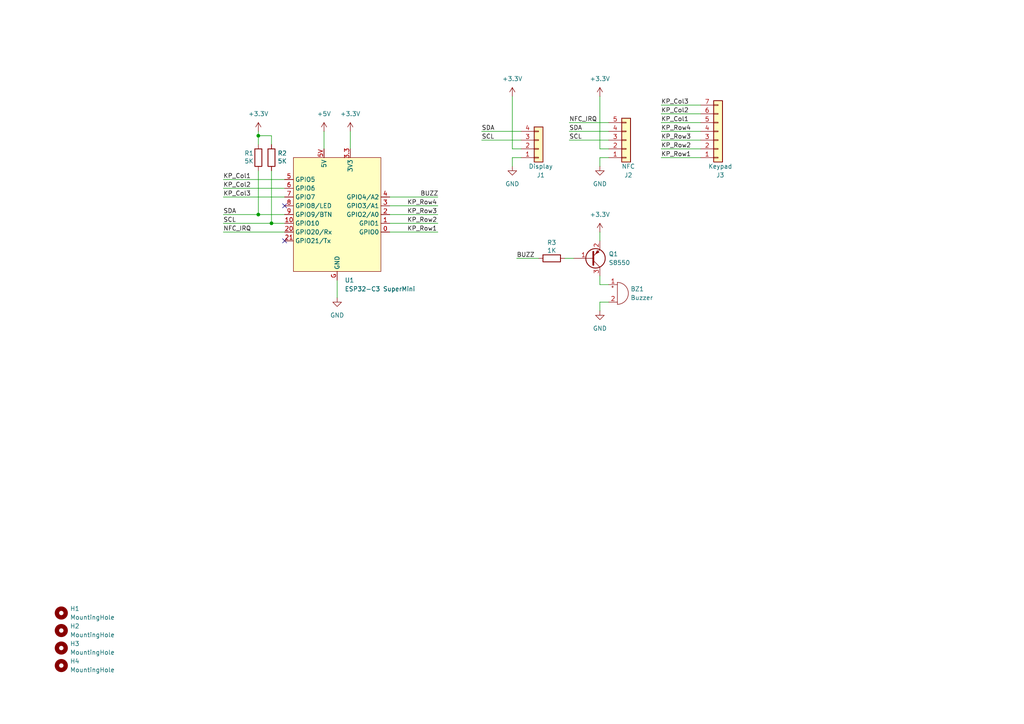
<source format=kicad_sch>
(kicad_sch (version 20231120) (generator "eeschema") (generator_version "8.0")
  (paper "A4")
  (title_block (title "Touch 'n Drink") (date "2024-10-14") (rev "1.0"))
  (lib_symbols
    (symbol "Connector_Generic:Conn_01x04" (pin_names (offset 1.016) hide)
      (property "Reference" "J" (at 0 5.08 0))
      (property "Value" "Conn_01x04" (at 0 -7.62 0))
      (symbol "Conn_01x04_1_1"
        (rectangle (start -1.27 -4.953) (end 0 -5.207) (stroke (width 0.1524)))
        (rectangle (start -1.27 -2.413) (end 0 -2.667) (stroke (width 0.1524)))
        (rectangle (start -1.27 0.127) (end 0 -0.127) (stroke (width 0.1524)))
        (rectangle (start -1.27 2.667) (end 0 2.413) (stroke (width 0.1524)))
        (rectangle (start -1.27 3.81) (end 1.27 -6.35) (stroke (width 0.254)) (fill (type background)))
        (pin passive line (at -5.08 2.54 0) (length 3.81) (name "Pin_1") (number "1"))
        (pin passive line (at -5.08 0 0) (length 3.81) (name "Pin_2") (number "2"))
        (pin passive line (at -5.08 -2.54 0) (length 3.81) (name "Pin_3") (number "3"))
        (pin passive line (at -5.08 -5.08 0) (length 3.81) (name "Pin_4") (number "4"))
      )
    )
    (symbol "Connector_Generic:Conn_01x05" (pin_names (offset 1.016) hide)
      (property "Reference" "J" (at 0 7.62 0))
      (property "Value" "Conn_01x05" (at 0 -7.62 0))
      (symbol "Conn_01x05_1_1"
        (rectangle (start -1.27 -4.953) (end 0 -5.207) (stroke (width 0.1524)))
        (rectangle (start -1.27 -2.413) (end 0 -2.667) (stroke (width 0.1524)))
        (rectangle (start -1.27 0.127) (end 0 -0.127) (stroke (width 0.1524)))
        (rectangle (start -1.27 2.667) (end 0 2.413) (stroke (width 0.1524)))
        (rectangle (start -1.27 5.207) (end 0 4.953) (stroke (width 0.1524)))
        (rectangle (start -1.27 6.35) (end 1.27 -6.35) (stroke (width 0.254)) (fill (type background)))
        (pin passive line (at -5.08 5.08 0) (length 3.81) (name "Pin_1") (number "1"))
        (pin passive line (at -5.08 2.54 0) (length 3.81) (name "Pin_2") (number "2"))
        (pin passive line (at -5.08 0 0) (length 3.81) (name "Pin_3") (number "3"))
        (pin passive line (at -5.08 -2.54 0) (length 3.81) (name "Pin_4") (number "4"))
        (pin passive line (at -5.08 -5.08 0) (length 3.81) (name "Pin_5") (number "5"))
      )
    )
    (symbol "Connector_Generic:Conn_01x07" (pin_names (offset 1.016) hide)
      (property "Reference" "J" (at 0 10.16 0))
      (property "Value" "Conn_01x07" (at 0 -10.16 0))
      (symbol "Conn_01x07_1_1"
        (rectangle (start -1.27 -7.493) (end 0 -7.747) (stroke (width 0.1524)))
        (rectangle (start -1.27 -4.953) (end 0 -5.207) (stroke (width 0.1524)))
        (rectangle (start -1.27 -2.413) (end 0 -2.667) (stroke (width 0.1524)))
        (rectangle (start -1.27 0.127) (end 0 -0.127) (stroke (width 0.1524)))
        (rectangle (start -1.27 2.667) (end 0 2.413) (stroke (width 0.1524)))
        (rectangle (start -1.27 5.207) (end 0 4.953) (stroke (width 0.1524)))
        (rectangle (start -1.27 7.747) (end 0 7.493) (stroke (width 0.1524)))
        (rectangle (start -1.27 8.89) (end 1.27 -8.89) (stroke (width 0.254)) (fill (type background)))
        (pin passive line (at -5.08 7.62 0) (length 3.81) (name "Pin_1") (number "1"))
        (pin passive line (at -5.08 5.08 0) (length 3.81) (name "Pin_2") (number "2"))
        (pin passive line (at -5.08 2.54 0) (length 3.81) (name "Pin_3") (number "3"))
        (pin passive line (at -5.08 0 0) (length 3.81) (name "Pin_4") (number "4"))
        (pin passive line (at -5.08 -2.54 0) (length 3.81) (name "Pin_5") (number "5"))
        (pin passive line (at -5.08 -5.08 0) (length 3.81) (name "Pin_6") (number "6"))
        (pin passive line (at -5.08 -7.62 0) (length 3.81) (name "Pin_7") (number "7"))
      )
    )
    (symbol "Device:Buzzer" (pin_names (offset 0.0254) hide)
      (property "Reference" "BZ" (at 3.81 1.27 0))
      (property "Value" "Buzzer" (at 3.81 -1.27 0))
      (symbol "Buzzer_0_1"
        (arc (start 0 -3.175) (mid 3.1612 0) (end 0 3.175))
        (polyline (pts (xy -1.651 1.905) (xy -1.143 1.905)))
        (polyline (pts (xy -1.397 2.159) (xy -1.397 1.651)))
        (polyline (pts (xy 0 3.175) (xy 0 -3.175)))
      )
      (symbol "Buzzer_1_1"
        (pin passive line (at -2.54 2.54 0) (length 2.54) (name "+") (number "1"))
        (pin passive line (at -2.54 -2.54 0) (length 2.54) (name "-") (number "2"))
      )
    )
    (symbol "Device:Q_PNP_BEC" (pin_names (offset 0) hide)
      (property "Reference" "Q" (at 5.08 1.27 0))
      (property "Value" "Q_PNP_BEC" (at 5.08 -1.27 0))
      (symbol "Q_PNP_BEC_0_1"
        (polyline (pts (xy 0.635 0.635) (xy 2.54 2.54)))
        (polyline (pts (xy 0.635 -0.635) (xy 2.54 -2.54) (xy 2.54 -2.54)))
        (polyline (pts (xy 0.635 1.905) (xy 0.635 -1.905) (xy 0.635 -1.905)) (stroke (width 0.508)))
        (polyline (pts (xy 2.286 -1.778) (xy 1.778 -2.286) (xy 1.27 -1.27) (xy 2.286 -1.778) (xy 2.286 -1.778)) (fill (type outline)))
        (circle (center 1.27 0) (radius 2.8194) (stroke (width 0.254)))
      )
      (symbol "Q_PNP_BEC_1_1"
        (pin input line (at -5.08 0 0) (length 5.715) (name "B") (number "1"))
        (pin passive line (at 2.54 -5.08 90) (length 2.54) (name "E") (number "2"))
        (pin passive line (at 2.54 5.08 270) (length 2.54) (name "C") (number "3"))
      )
    )
    (symbol "Device:R" (pin_numbers hide) (pin_names (offset 0))
      (property "Reference" "R" (at 2.032 0 90))
      (property "Value" "R" (at 0 0 90))
      (symbol "R_0_1"
        (rectangle (start -1.016 -2.54) (end 1.016 2.54) (stroke (width 0.254)))
      )
      (symbol "R_1_1"
        (pin passive line (at 0 3.81 270) (length 1.27) (name "~") (number "1"))
        (pin passive line (at 0 -3.81 90) (length 1.27) (name "~") (number "2"))
      )
    )
    (symbol "ESP32-C3_SuperMini:ESP32-C3_SuperMini"
      (property "Reference" "U" (at -12.446 16.764 0))
      (property "Value" "ESP32-C3 SuperMini" (at 11.176 -19.304 0))
      (symbol "ESP32-C3_SuperMini_1_1"
        (rectangle (start -12.7 15.24) (end 12.7 -17.78) (fill (type background)))
        (pin bidirectional line (at 15.24 -6.35 180) (length 2.54) (name "GPIO0") (number "0"))
        (pin bidirectional line (at 15.24 -3.81 180) (length 2.54) (name "GPIO1") (number "1"))
        (pin bidirectional line (at -15.24 -3.81 0) (length 2.54) (name "GPIO10") (number "10"))
        (pin bidirectional line (at 15.24 -1.27 180) (length 2.54) (name "GPIO2/A0") (number "2"))
        (pin bidirectional line (at -15.24 -6.35 0) (length 2.54) (name "GPIO20/Rx") (number "20"))
        (pin bidirectional line (at -15.24 -8.89 0) (length 2.54) (name "GPIO21/Tx") (number "21"))
        (pin bidirectional line (at 15.24 1.27 180) (length 2.54) (name "GPIO3/A1") (number "3"))
        (pin power_out line (at 3.81 17.78 270) (length 2.54) (name "3V3") (number "3.3"))
        (pin bidirectional line (at 15.24 3.81 180) (length 2.54) (name "GPIO4/A2") (number "4"))
        (pin bidirectional line (at -15.24 8.89 0) (length 2.54) (name "GPIO5") (number "5"))
        (pin power_out line (at -3.81 17.78 270) (length 2.54) (name "5V") (number "5V"))
        (pin bidirectional line (at -15.24 6.35 0) (length 2.54) (name "GPIO6") (number "6"))
        (pin bidirectional line (at -15.24 3.81 0) (length 2.54) (name "GPIO7") (number "7"))
        (pin bidirectional line (at -15.24 1.27 0) (length 2.54) (name "GPIO8/LED") (number "8"))
        (pin bidirectional line (at -15.24 -1.27 0) (length 2.54) (name "GPIO9/BTN") (number "9"))
        (pin power_out line (at 0 -20.32 90) (length 2.54) (name "GND") (number "G"))
      )
    )
    (symbol "Mechanical:MountingHole" (pin_names (offset 1.016)) (exclude_from_sim yes) (in_bom no)
      (property "Reference" "H" (at 0 5.08 0))
      (property "Value" "MountingHole" (at 0 3.175 0))
      (symbol "MountingHole_0_1"
        (circle (center 0 0) (radius 1.27) (stroke (width 1.27)))
      )
    )
    (symbol "power:+3.3V" (power) (pin_numbers hide) (pin_names (offset 0) hide)
      (property "Value" "+3.3V" (at 0 3.556 0))
      (symbol "+3.3V_0_1"
        (polyline (pts (xy -0.762 1.27) (xy 0 2.54)))
        (polyline (pts (xy 0 0) (xy 0 2.54)))
        (polyline (pts (xy 0 2.54) (xy 0.762 1.27)))
      )
      (symbol "+3.3V_1_1"
        (pin power_in line (at 0 0 90) (length 0) (name "~") (number "1"))
      )
    )
    (symbol "power:+5V" (power) (pin_numbers hide) (pin_names (offset 0) hide)
      (property "Value" "+5V" (at 0 3.556 0))
      (symbol "+5V_0_1"
        (polyline (pts (xy -0.762 1.27) (xy 0 2.54)))
        (polyline (pts (xy 0 0) (xy 0 2.54)))
        (polyline (pts (xy 0 2.54) (xy 0.762 1.27)))
      )
      (symbol "+5V_1_1"
        (pin power_in line (at 0 0 90) (length 0) (name "~") (number "1"))
      )
    )
    (symbol "power:GND" (power) (pin_numbers hide) (pin_names (offset 0) hide)
      (property "Value" "GND" (at 0 -3.81 0))
      (symbol "GND_0_1"
        (polyline (pts (xy 0 0) (xy 0 -1.27) (xy 1.27 -1.27) (xy 0 -2.54) (xy -1.27 -1.27) (xy 0 -1.27)))
      )
      (symbol "GND_1_1"
        (pin power_in line (at 0 0 270) (length 0) (name "~") (number "1"))
      )
    )
  )
  (junction (at 78.74 64.77))
  (junction (at 74.93 39.37))
  (junction (at 74.93 62.23))
  (no_connect (at 82.55 69.85))
  (no_connect (at 82.55 59.69))
  (wire (pts (xy 78.74 64.77) (xy 82.55 64.77)))
  (wire (pts (xy 173.99 45.72) (xy 173.99 48.26)))
  (wire (pts (xy 93.98 38.1) (xy 93.98 43.18)))
  (wire (pts (xy 64.77 52.07) (xy 82.55 52.07)))
  (wire (pts (xy 173.99 27.94) (xy 173.99 43.18)))
  (wire (pts (xy 113.03 64.77) (xy 127 64.77)))
  (wire (pts (xy 64.77 62.23) (xy 74.93 62.23)))
  (wire (pts (xy 191.77 38.1) (xy 203.2 38.1)))
  (wire (pts (xy 74.93 49.53) (xy 74.93 62.23)))
  (wire (pts (xy 78.74 49.53) (xy 78.74 64.77)))
  (wire (pts (xy 191.77 45.72) (xy 203.2 45.72)))
  (wire (pts (xy 165.1 40.64) (xy 176.53 40.64)))
  (wire (pts (xy 97.79 81.28) (xy 97.79 86.36)))
  (wire (pts (xy 148.59 45.72) (xy 151.13 45.72)))
  (wire (pts (xy 113.03 62.23) (xy 127 62.23)))
  (wire (pts (xy 78.74 39.37) (xy 78.74 41.91)))
  (wire (pts (xy 64.77 54.61) (xy 82.55 54.61)))
  (wire (pts (xy 191.77 30.48) (xy 203.2 30.48)))
  (wire (pts (xy 173.99 82.55) (xy 176.53 82.55)))
  (wire (pts (xy 139.7 40.64) (xy 151.13 40.64)))
  (wire (pts (xy 191.77 43.18) (xy 203.2 43.18)))
  (wire (pts (xy 101.6 38.1) (xy 101.6 43.18)))
  (wire (pts (xy 148.59 27.94) (xy 148.59 43.18)))
  (wire (pts (xy 64.77 57.15) (xy 82.55 57.15)))
  (wire (pts (xy 163.83 74.93) (xy 166.37 74.93)))
  (wire (pts (xy 139.7 38.1) (xy 151.13 38.1)))
  (wire (pts (xy 173.99 43.18) (xy 176.53 43.18)))
  (wire (pts (xy 74.93 38.1) (xy 74.93 39.37)))
  (wire (pts (xy 191.77 35.56) (xy 203.2 35.56)))
  (wire (pts (xy 148.59 43.18) (xy 151.13 43.18)))
  (wire (pts (xy 113.03 57.15) (xy 127 57.15)))
  (wire (pts (xy 176.53 45.72) (xy 173.99 45.72)))
  (wire (pts (xy 64.77 67.31) (xy 82.55 67.31)))
  (wire (pts (xy 149.86 74.93) (xy 156.21 74.93)))
  (wire (pts (xy 74.93 39.37) (xy 74.93 41.91)))
  (wire (pts (xy 113.03 59.69) (xy 127 59.69)))
  (wire (pts (xy 165.1 35.56) (xy 176.53 35.56)))
  (wire (pts (xy 113.03 67.31) (xy 127 67.31)))
  (wire (pts (xy 173.99 80.01) (xy 173.99 82.55)))
  (wire (pts (xy 74.93 39.37) (xy 78.74 39.37)))
  (wire (pts (xy 191.77 33.02) (xy 203.2 33.02)))
  (wire (pts (xy 191.77 40.64) (xy 203.2 40.64)))
  (wire (pts (xy 173.99 87.63) (xy 173.99 90.17)))
  (wire (pts (xy 173.99 67.31) (xy 173.99 69.85)))
  (wire (pts (xy 165.1 38.1) (xy 176.53 38.1)))
  (wire (pts (xy 64.77 64.77) (xy 78.74 64.77)))
  (wire (pts (xy 148.59 45.72) (xy 148.59 48.26)))
  (wire (pts (xy 74.93 62.23) (xy 82.55 62.23)))
  (wire (pts (xy 176.53 87.63) (xy 173.99 87.63)))
  (label "KP_Col2" (at 191.77 33.02 0))
  (label "KP_Row4" (at 118.11 59.69 0))
  (label "KP_Col1" (at 64.77 52.07 0))
  (label "NFC_IRQ" (at 64.77 67.31 0))
  (label "SDA" (at 64.77 62.23 0))
  (label "KP_Row3" (at 118.11 62.23 0))
  (label "KP_Col3" (at 191.77 30.48 0))
  (label "NFC_IRQ" (at 165.1 35.56 0))
  (label "KP_Row2" (at 118.11 64.77 0))
  (label "KP_Col1" (at 191.77 35.56 0))
  (label "SCL" (at 165.1 40.64 0))
  (label "KP_Row1" (at 191.77 45.72 0))
  (label "SCL" (at 64.77 64.77 0))
  (label "KP_Row4" (at 191.77 38.1 0))
  (label "SCL" (at 139.7 40.64 0))
  (label "KP_Col3" (at 64.77 57.15 0))
  (label "KP_Row3" (at 191.77 40.64 0))
  (label "BUZZ" (at 149.86 74.93 0))
  (label "KP_Row1" (at 118.11 67.31 0))
  (label "KP_Row2" (at 191.77 43.18 0))
  (label "KP_Col2" (at 64.77 54.61 0))
  (label "BUZZ" (at 121.92 57.15 0))
  (label "SDA" (at 139.7 38.1 0))
  (label "SDA" (at 165.1 38.1 0))
  (symbol (lib_id "power:GND") (at 148.59 48.26 0) (unit 1)
    (property "Reference" "#PWR08" (effects (hide yes)))
    (property "Value" "GND" (at 148.59 53.34 0))
    (property "Description" "Power symbol creates a global label with name \"GND\" , ground" (effects (hide yes)))
  )
  (symbol (lib_id "Connector_Generic:Conn_01x07") (at 208.28 38.1 0) (mirror x) (unit 1)
    (property "Reference" "J3" (at 208.915 50.8 0))
    (property "Value" "Keypad" (at 208.915 48.26 0))
    (property "Footprint" "Connector_JST:JST_PH_S7B-PH-SM4-TB_1x07-1MP_P2.00mm_Horizontal" (effects (hide yes)))
    (property "Description" "Generic connector, single row, 01x07, script generated (kicad-library-utils/schlib/autogen/connector/)" (effects (hide yes)))
  )
  (symbol (lib_id "power:GND") (at 97.79 86.36 0) (unit 1)
    (property "Reference" "#PWR01" (effects (hide yes)))
    (property "Value" "GND" (at 97.79 91.44 0))
    (property "Description" "Power symbol creates a global label with name \"GND\" , ground" (effects (hide yes)))
  )
  (symbol (lib_id "ESP32-C3_SuperMini:ESP32-C3_SuperMini") (at 97.79 60.96 0) (unit 1)
    (property "Reference" "U1" (at 99.9841 81.28 0) (effects (justify left)))
    (property "Value" "ESP32-C3 SuperMini" (at 99.9841 83.82 0) (effects (justify left)))
    (property "Footprint" "ESP32-C3_SuperMini:ESP32-C3_SuperMini" (effects (hide yes)))
    (property "Description" "ESP32-C3 SuperMini" (effects (hide yes)))
  )
  (symbol (lib_id "power:+5V") (at 93.98 38.1 0) (unit 1)
    (property "Reference" "#PWR02" (effects (hide yes)))
    (property "Value" "+5V" (at 93.98 33.02 0))
    (property "Description" "Power symbol creates a global label with name \"+5V\"" (effects (hide yes)))
  )
  (symbol (lib_id "Device:R") (at 78.74 45.72 0) (unit 1)
    (property "Reference" "R2" (at 80.518 44.45 0) (effects (justify left)))
    (property "Value" "5K" (at 80.518 46.736 0) (effects (justify left)))
    (property "Footprint" "Resistor_SMD:R_0805_2012Metric_Pad1.20x1.40mm_HandSolder" (effects (hide yes)))
    (property "Description" "Resistor" (effects (hide yes)))
  )
  (symbol (lib_id "power:+3.3V") (at 74.93 38.1 0) (unit 1)
    (property "Reference" "#PWR010" (effects (hide yes)))
    (property "Value" "+3.3V" (at 74.93 33.02 0))
    (property "Description" "Power symbol creates a global label with name \"+3.3V\"" (effects (hide yes)))
  )
  (symbol (lib_id "power:GND") (at 173.99 90.17 0) (unit 1)
    (property "Reference" "#PWR07" (effects (hide yes)))
    (property "Value" "GND" (at 173.99 95.25 0))
    (property "Description" "Power symbol creates a global label with name \"GND\" , ground" (effects (hide yes)))
  )
  (symbol (lib_id "power:+3.3V") (at 173.99 27.94 0) (unit 1)
    (property "Reference" "#PWR05" (effects (hide yes)))
    (property "Value" "+3.3V" (at 173.99 22.86 0))
    (property "Description" "Power symbol creates a global label with name \"+3.3V\"" (effects (hide yes)))
  )
  (symbol (lib_id "power:+3.3V") (at 101.6 38.1 0) (unit 1)
    (property "Reference" "#PWR03" (effects (hide yes)))
    (property "Value" "+3.3V" (at 101.6 33.02 0))
    (property "Description" "Power symbol creates a global label with name \"+3.3V\"" (effects (hide yes)))
  )
  (symbol (lib_id "Mechanical:MountingHole") (at 17.78 187.96 270) (unit 1) (exclude_from_sim yes) (in_bom no)
    (property "Reference" "H3" (at 20.32 186.6899 90) (effects (justify left)))
    (property "Value" "MountingHole" (at 20.32 189.2299 90) (effects (justify left)))
    (property "Footprint" "MountingHole:MountingHole_2.2mm_M2" (effects (hide yes)))
    (property "Description" "Mounting Hole without connection" (effects (hide yes)))
  )
  (symbol (lib_id "power:GND") (at 173.99 48.26 0) (unit 1)
    (property "Reference" "#PWR09" (effects (hide yes)))
    (property "Value" "GND" (at 173.99 53.34 0))
    (property "Description" "Power symbol creates a global label with name \"GND\" , ground" (effects (hide yes)))
  )
  (symbol (lib_id "Device:R") (at 160.02 74.93 90) (unit 1)
    (property "Reference" "R3" (at 160.02 70.358 90))
    (property "Value" "1K" (at 160.02 72.644 90))
    (property "Footprint" "Resistor_SMD:R_0805_2012Metric_Pad1.20x1.40mm_HandSolder" (effects (hide yes)))
    (property "Description" "Resistor" (effects (hide yes)))
  )
  (symbol (lib_id "Device:Buzzer") (at 179.07 85.09 0) (unit 1)
    (property "Reference" "BZ1" (at 182.88 83.8199 0) (effects (justify left)))
    (property "Value" "Buzzer" (at 182.88 86.3599 0) (effects (justify left)))
    (property "Footprint" "Buzzer_Beeper:MagneticBuzzer_ProSignal_ABT-410-RC" (effects (hide yes)))
    (property "Description" "Buzzer, polarized" (effects (hide yes)))
  )
  (symbol (lib_id "Device:Q_PNP_BEC") (at 171.45 74.93 0) (mirror x) (unit 1)
    (property "Reference" "Q1" (at 176.53 73.6599 0) (effects (justify left)))
    (property "Value" "S8550" (at 176.53 76.1999 0) (effects (justify left)))
    (property "Footprint" "Package_TO_SOT_SMD:TSOT-23" (effects (hide yes)))
    (property "Description" "PNP transistor, base/emitter/collector" (effects (hide yes)))
  )
  (symbol (lib_id "Device:R") (at 74.93 45.72 0) (unit 1)
    (property "Reference" "R1" (at 70.866 44.45 0) (effects (justify left)))
    (property "Value" "5K" (at 70.866 46.736 0) (effects (justify left)))
    (property "Footprint" "Resistor_SMD:R_0805_2012Metric_Pad1.20x1.40mm_HandSolder" (effects (hide yes)))
    (property "Description" "Resistor" (effects (hide yes)))
  )
  (symbol (lib_id "Mechanical:MountingHole") (at 17.78 177.8 270) (unit 1) (exclude_from_sim yes) (in_bom no)
    (property "Reference" "H1" (at 20.32 176.5299 90) (effects (justify left)))
    (property "Value" "MountingHole" (at 20.32 179.0699 90) (effects (justify left)))
    (property "Footprint" "MountingHole:MountingHole_2.2mm_M2" (effects (hide yes)))
    (property "Description" "Mounting Hole without connection" (effects (hide yes)))
  )
  (symbol (lib_id "Connector_Generic:Conn_01x04") (at 156.21 43.18 0) (mirror x) (unit 1)
    (property "Reference" "J1" (at 156.845 50.8 0))
    (property "Value" "Display" (at 156.845 48.26 0))
    (property "Footprint" "Connector_JST:JST_PH_S4B-PH-SM4-TB_1x04-1MP_P2.00mm_Horizontal" (effects (hide yes)))
    (property "Description" "Generic connector, single row, 01x04, script generated (kicad-library-utils/schlib/autogen/connector/)" (effects (hide yes)))
  )
  (symbol (lib_id "power:+3.3V") (at 148.59 27.94 0) (unit 1)
    (property "Reference" "#PWR04" (effects (hide yes)))
    (property "Value" "+3.3V" (at 148.59 22.86 0))
    (property "Description" "Power symbol creates a global label with name \"+3.3V\"" (effects (hide yes)))
  )
  (symbol (lib_id "Connector_Generic:Conn_01x05") (at 181.61 40.64 0) (mirror x) (unit 1)
    (property "Reference" "J2" (at 182.245 50.8 0))
    (property "Value" "NFC" (at 182.245 48.26 0))
    (property "Footprint" "Connector_JST:JST_PH_S5B-PH-SM4-TB_1x05-1MP_P2.00mm_Horizontal" (effects (hide yes)))
    (property "Description" "Generic connector, single row, 01x05, script generated (kicad-library-utils/schlib/autogen/connector/)" (effects (hide yes)))
  )
  (symbol (lib_id "Mechanical:MountingHole") (at 17.78 193.04 270) (unit 1) (exclude_from_sim yes) (in_bom no)
    (property "Reference" "H4" (at 20.32 191.7699 90) (effects (justify left)))
    (property "Value" "MountingHole" (at 20.32 194.3099 90) (effects (justify left)))
    (property "Footprint" "MountingHole:MountingHole_2.2mm_M2" (effects (hide yes)))
    (property "Description" "Mounting Hole without connection" (effects (hide yes)))
  )
  (symbol (lib_id "power:+3.3V") (at 173.99 67.31 0) (unit 1)
    (property "Reference" "#PWR06" (effects (hide yes)))
    (property "Value" "+3.3V" (at 173.99 62.23 0))
    (property "Description" "Power symbol creates a global label with name \"+3.3V\"" (effects (hide yes)))
  )
  (symbol (lib_id "Mechanical:MountingHole") (at 17.78 182.88 270) (unit 1) (exclude_from_sim yes) (in_bom no)
    (property "Reference" "H2" (at 20.32 181.6099 90) (effects (justify left)))
    (property "Value" "MountingHole" (at 20.32 184.1499 90) (effects (justify left)))
    (property "Footprint" "MountingHole:MountingHole_2.2mm_M2" (effects (hide yes)))
    (property "Description" "Mounting Hole without connection" (effects (hide yes)))
  )
)
</source>
